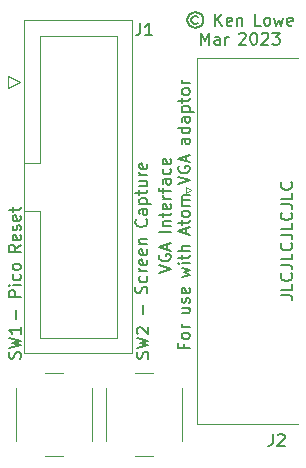
<source format=gbr>
%TF.GenerationSoftware,KiCad,Pcbnew,(7.0.0)*%
%TF.CreationDate,2023-03-04T23:02:33+00:00*%
%TF.ProjectId,VGA_ConnectorV2.kicad_pro,5647415f-436f-46e6-9e65-63746f725632,rev?*%
%TF.SameCoordinates,Original*%
%TF.FileFunction,Legend,Top*%
%TF.FilePolarity,Positive*%
%FSLAX46Y46*%
G04 Gerber Fmt 4.6, Leading zero omitted, Abs format (unit mm)*
G04 Created by KiCad (PCBNEW (7.0.0)) date 2023-03-04 23:02:33*
%MOMM*%
%LPD*%
G01*
G04 APERTURE LIST*
%ADD10C,0.150000*%
%ADD11C,0.120000*%
G04 APERTURE END LIST*
D10*
X150837780Y-85994028D02*
X151837780Y-85660695D01*
X151837780Y-85660695D02*
X150837780Y-85327362D01*
X150885400Y-84470219D02*
X150837780Y-84565457D01*
X150837780Y-84565457D02*
X150837780Y-84708314D01*
X150837780Y-84708314D02*
X150885400Y-84851171D01*
X150885400Y-84851171D02*
X150980638Y-84946409D01*
X150980638Y-84946409D02*
X151075876Y-84994028D01*
X151075876Y-84994028D02*
X151266352Y-85041647D01*
X151266352Y-85041647D02*
X151409209Y-85041647D01*
X151409209Y-85041647D02*
X151599685Y-84994028D01*
X151599685Y-84994028D02*
X151694923Y-84946409D01*
X151694923Y-84946409D02*
X151790161Y-84851171D01*
X151790161Y-84851171D02*
X151837780Y-84708314D01*
X151837780Y-84708314D02*
X151837780Y-84613076D01*
X151837780Y-84613076D02*
X151790161Y-84470219D01*
X151790161Y-84470219D02*
X151742542Y-84422600D01*
X151742542Y-84422600D02*
X151409209Y-84422600D01*
X151409209Y-84422600D02*
X151409209Y-84613076D01*
X151552066Y-84041647D02*
X151552066Y-83565457D01*
X151837780Y-84136885D02*
X150837780Y-83803552D01*
X150837780Y-83803552D02*
X151837780Y-83470219D01*
X151837780Y-82536885D02*
X150837780Y-82536885D01*
X151171114Y-82060695D02*
X151837780Y-82060695D01*
X151266352Y-82060695D02*
X151218733Y-82013076D01*
X151218733Y-82013076D02*
X151171114Y-81917838D01*
X151171114Y-81917838D02*
X151171114Y-81774981D01*
X151171114Y-81774981D02*
X151218733Y-81679743D01*
X151218733Y-81679743D02*
X151313971Y-81632124D01*
X151313971Y-81632124D02*
X151837780Y-81632124D01*
X151171114Y-81298790D02*
X151171114Y-80917838D01*
X150837780Y-81155933D02*
X151694923Y-81155933D01*
X151694923Y-81155933D02*
X151790161Y-81108314D01*
X151790161Y-81108314D02*
X151837780Y-81013076D01*
X151837780Y-81013076D02*
X151837780Y-80917838D01*
X151790161Y-80203552D02*
X151837780Y-80298790D01*
X151837780Y-80298790D02*
X151837780Y-80489266D01*
X151837780Y-80489266D02*
X151790161Y-80584504D01*
X151790161Y-80584504D02*
X151694923Y-80632123D01*
X151694923Y-80632123D02*
X151313971Y-80632123D01*
X151313971Y-80632123D02*
X151218733Y-80584504D01*
X151218733Y-80584504D02*
X151171114Y-80489266D01*
X151171114Y-80489266D02*
X151171114Y-80298790D01*
X151171114Y-80298790D02*
X151218733Y-80203552D01*
X151218733Y-80203552D02*
X151313971Y-80155933D01*
X151313971Y-80155933D02*
X151409209Y-80155933D01*
X151409209Y-80155933D02*
X151504447Y-80632123D01*
X151837780Y-79727361D02*
X151171114Y-79727361D01*
X151361590Y-79727361D02*
X151266352Y-79679742D01*
X151266352Y-79679742D02*
X151218733Y-79632123D01*
X151218733Y-79632123D02*
X151171114Y-79536885D01*
X151171114Y-79536885D02*
X151171114Y-79441647D01*
X151171114Y-79251170D02*
X151171114Y-78870218D01*
X151837780Y-79108313D02*
X150980638Y-79108313D01*
X150980638Y-79108313D02*
X150885400Y-79060694D01*
X150885400Y-79060694D02*
X150837780Y-78965456D01*
X150837780Y-78965456D02*
X150837780Y-78870218D01*
X151837780Y-78108313D02*
X151313971Y-78108313D01*
X151313971Y-78108313D02*
X151218733Y-78155932D01*
X151218733Y-78155932D02*
X151171114Y-78251170D01*
X151171114Y-78251170D02*
X151171114Y-78441646D01*
X151171114Y-78441646D02*
X151218733Y-78536884D01*
X151790161Y-78108313D02*
X151837780Y-78203551D01*
X151837780Y-78203551D02*
X151837780Y-78441646D01*
X151837780Y-78441646D02*
X151790161Y-78536884D01*
X151790161Y-78536884D02*
X151694923Y-78584503D01*
X151694923Y-78584503D02*
X151599685Y-78584503D01*
X151599685Y-78584503D02*
X151504447Y-78536884D01*
X151504447Y-78536884D02*
X151456828Y-78441646D01*
X151456828Y-78441646D02*
X151456828Y-78203551D01*
X151456828Y-78203551D02*
X151409209Y-78108313D01*
X151790161Y-77203551D02*
X151837780Y-77298789D01*
X151837780Y-77298789D02*
X151837780Y-77489265D01*
X151837780Y-77489265D02*
X151790161Y-77584503D01*
X151790161Y-77584503D02*
X151742542Y-77632122D01*
X151742542Y-77632122D02*
X151647304Y-77679741D01*
X151647304Y-77679741D02*
X151361590Y-77679741D01*
X151361590Y-77679741D02*
X151266352Y-77632122D01*
X151266352Y-77632122D02*
X151218733Y-77584503D01*
X151218733Y-77584503D02*
X151171114Y-77489265D01*
X151171114Y-77489265D02*
X151171114Y-77298789D01*
X151171114Y-77298789D02*
X151218733Y-77203551D01*
X151790161Y-76394027D02*
X151837780Y-76489265D01*
X151837780Y-76489265D02*
X151837780Y-76679741D01*
X151837780Y-76679741D02*
X151790161Y-76774979D01*
X151790161Y-76774979D02*
X151694923Y-76822598D01*
X151694923Y-76822598D02*
X151313971Y-76822598D01*
X151313971Y-76822598D02*
X151218733Y-76774979D01*
X151218733Y-76774979D02*
X151171114Y-76679741D01*
X151171114Y-76679741D02*
X151171114Y-76489265D01*
X151171114Y-76489265D02*
X151218733Y-76394027D01*
X151218733Y-76394027D02*
X151313971Y-76346408D01*
X151313971Y-76346408D02*
X151409209Y-76346408D01*
X151409209Y-76346408D02*
X151504447Y-76822598D01*
X152933971Y-92074982D02*
X152933971Y-92408315D01*
X153457780Y-92408315D02*
X152457780Y-92408315D01*
X152457780Y-92408315D02*
X152457780Y-91932125D01*
X153457780Y-91408315D02*
X153410161Y-91503553D01*
X153410161Y-91503553D02*
X153362542Y-91551172D01*
X153362542Y-91551172D02*
X153267304Y-91598791D01*
X153267304Y-91598791D02*
X152981590Y-91598791D01*
X152981590Y-91598791D02*
X152886352Y-91551172D01*
X152886352Y-91551172D02*
X152838733Y-91503553D01*
X152838733Y-91503553D02*
X152791114Y-91408315D01*
X152791114Y-91408315D02*
X152791114Y-91265458D01*
X152791114Y-91265458D02*
X152838733Y-91170220D01*
X152838733Y-91170220D02*
X152886352Y-91122601D01*
X152886352Y-91122601D02*
X152981590Y-91074982D01*
X152981590Y-91074982D02*
X153267304Y-91074982D01*
X153267304Y-91074982D02*
X153362542Y-91122601D01*
X153362542Y-91122601D02*
X153410161Y-91170220D01*
X153410161Y-91170220D02*
X153457780Y-91265458D01*
X153457780Y-91265458D02*
X153457780Y-91408315D01*
X153457780Y-90646410D02*
X152791114Y-90646410D01*
X152981590Y-90646410D02*
X152886352Y-90598791D01*
X152886352Y-90598791D02*
X152838733Y-90551172D01*
X152838733Y-90551172D02*
X152791114Y-90455934D01*
X152791114Y-90455934D02*
X152791114Y-90360696D01*
X152791114Y-88998791D02*
X153457780Y-88998791D01*
X152791114Y-89427362D02*
X153314923Y-89427362D01*
X153314923Y-89427362D02*
X153410161Y-89379743D01*
X153410161Y-89379743D02*
X153457780Y-89284505D01*
X153457780Y-89284505D02*
X153457780Y-89141648D01*
X153457780Y-89141648D02*
X153410161Y-89046410D01*
X153410161Y-89046410D02*
X153362542Y-88998791D01*
X153410161Y-88570219D02*
X153457780Y-88474981D01*
X153457780Y-88474981D02*
X153457780Y-88284505D01*
X153457780Y-88284505D02*
X153410161Y-88189267D01*
X153410161Y-88189267D02*
X153314923Y-88141648D01*
X153314923Y-88141648D02*
X153267304Y-88141648D01*
X153267304Y-88141648D02*
X153172066Y-88189267D01*
X153172066Y-88189267D02*
X153124447Y-88284505D01*
X153124447Y-88284505D02*
X153124447Y-88427362D01*
X153124447Y-88427362D02*
X153076828Y-88522600D01*
X153076828Y-88522600D02*
X152981590Y-88570219D01*
X152981590Y-88570219D02*
X152933971Y-88570219D01*
X152933971Y-88570219D02*
X152838733Y-88522600D01*
X152838733Y-88522600D02*
X152791114Y-88427362D01*
X152791114Y-88427362D02*
X152791114Y-88284505D01*
X152791114Y-88284505D02*
X152838733Y-88189267D01*
X153410161Y-87332124D02*
X153457780Y-87427362D01*
X153457780Y-87427362D02*
X153457780Y-87617838D01*
X153457780Y-87617838D02*
X153410161Y-87713076D01*
X153410161Y-87713076D02*
X153314923Y-87760695D01*
X153314923Y-87760695D02*
X152933971Y-87760695D01*
X152933971Y-87760695D02*
X152838733Y-87713076D01*
X152838733Y-87713076D02*
X152791114Y-87617838D01*
X152791114Y-87617838D02*
X152791114Y-87427362D01*
X152791114Y-87427362D02*
X152838733Y-87332124D01*
X152838733Y-87332124D02*
X152933971Y-87284505D01*
X152933971Y-87284505D02*
X153029209Y-87284505D01*
X153029209Y-87284505D02*
X153124447Y-87760695D01*
X152791114Y-86351171D02*
X153457780Y-86160695D01*
X153457780Y-86160695D02*
X152981590Y-85970219D01*
X152981590Y-85970219D02*
X153457780Y-85779743D01*
X153457780Y-85779743D02*
X152791114Y-85589267D01*
X153457780Y-85208314D02*
X152791114Y-85208314D01*
X152457780Y-85208314D02*
X152505400Y-85255933D01*
X152505400Y-85255933D02*
X152553019Y-85208314D01*
X152553019Y-85208314D02*
X152505400Y-85160695D01*
X152505400Y-85160695D02*
X152457780Y-85208314D01*
X152457780Y-85208314D02*
X152553019Y-85208314D01*
X152791114Y-84874981D02*
X152791114Y-84494029D01*
X152457780Y-84732124D02*
X153314923Y-84732124D01*
X153314923Y-84732124D02*
X153410161Y-84684505D01*
X153410161Y-84684505D02*
X153457780Y-84589267D01*
X153457780Y-84589267D02*
X153457780Y-84494029D01*
X153457780Y-84160695D02*
X152457780Y-84160695D01*
X153457780Y-83732124D02*
X152933971Y-83732124D01*
X152933971Y-83732124D02*
X152838733Y-83779743D01*
X152838733Y-83779743D02*
X152791114Y-83874981D01*
X152791114Y-83874981D02*
X152791114Y-84017838D01*
X152791114Y-84017838D02*
X152838733Y-84113076D01*
X152838733Y-84113076D02*
X152886352Y-84160695D01*
X153172066Y-82703552D02*
X153172066Y-82227362D01*
X153457780Y-82798790D02*
X152457780Y-82465457D01*
X152457780Y-82465457D02*
X153457780Y-82132124D01*
X152791114Y-81941647D02*
X152791114Y-81560695D01*
X152457780Y-81798790D02*
X153314923Y-81798790D01*
X153314923Y-81798790D02*
X153410161Y-81751171D01*
X153410161Y-81751171D02*
X153457780Y-81655933D01*
X153457780Y-81655933D02*
X153457780Y-81560695D01*
X153457780Y-81084504D02*
X153410161Y-81179742D01*
X153410161Y-81179742D02*
X153362542Y-81227361D01*
X153362542Y-81227361D02*
X153267304Y-81274980D01*
X153267304Y-81274980D02*
X152981590Y-81274980D01*
X152981590Y-81274980D02*
X152886352Y-81227361D01*
X152886352Y-81227361D02*
X152838733Y-81179742D01*
X152838733Y-81179742D02*
X152791114Y-81084504D01*
X152791114Y-81084504D02*
X152791114Y-80941647D01*
X152791114Y-80941647D02*
X152838733Y-80846409D01*
X152838733Y-80846409D02*
X152886352Y-80798790D01*
X152886352Y-80798790D02*
X152981590Y-80751171D01*
X152981590Y-80751171D02*
X153267304Y-80751171D01*
X153267304Y-80751171D02*
X153362542Y-80798790D01*
X153362542Y-80798790D02*
X153410161Y-80846409D01*
X153410161Y-80846409D02*
X153457780Y-80941647D01*
X153457780Y-80941647D02*
X153457780Y-81084504D01*
X153457780Y-80322599D02*
X152791114Y-80322599D01*
X152886352Y-80322599D02*
X152838733Y-80274980D01*
X152838733Y-80274980D02*
X152791114Y-80179742D01*
X152791114Y-80179742D02*
X152791114Y-80036885D01*
X152791114Y-80036885D02*
X152838733Y-79941647D01*
X152838733Y-79941647D02*
X152933971Y-79894028D01*
X152933971Y-79894028D02*
X153457780Y-79894028D01*
X152933971Y-79894028D02*
X152838733Y-79846409D01*
X152838733Y-79846409D02*
X152791114Y-79751171D01*
X152791114Y-79751171D02*
X152791114Y-79608314D01*
X152791114Y-79608314D02*
X152838733Y-79513075D01*
X152838733Y-79513075D02*
X152933971Y-79465456D01*
X152933971Y-79465456D02*
X153457780Y-79465456D01*
X152457780Y-78532123D02*
X153457780Y-78198790D01*
X153457780Y-78198790D02*
X152457780Y-77865457D01*
X152505400Y-77008314D02*
X152457780Y-77103552D01*
X152457780Y-77103552D02*
X152457780Y-77246409D01*
X152457780Y-77246409D02*
X152505400Y-77389266D01*
X152505400Y-77389266D02*
X152600638Y-77484504D01*
X152600638Y-77484504D02*
X152695876Y-77532123D01*
X152695876Y-77532123D02*
X152886352Y-77579742D01*
X152886352Y-77579742D02*
X153029209Y-77579742D01*
X153029209Y-77579742D02*
X153219685Y-77532123D01*
X153219685Y-77532123D02*
X153314923Y-77484504D01*
X153314923Y-77484504D02*
X153410161Y-77389266D01*
X153410161Y-77389266D02*
X153457780Y-77246409D01*
X153457780Y-77246409D02*
X153457780Y-77151171D01*
X153457780Y-77151171D02*
X153410161Y-77008314D01*
X153410161Y-77008314D02*
X153362542Y-76960695D01*
X153362542Y-76960695D02*
X153029209Y-76960695D01*
X153029209Y-76960695D02*
X153029209Y-77151171D01*
X153172066Y-76579742D02*
X153172066Y-76103552D01*
X153457780Y-76674980D02*
X152457780Y-76341647D01*
X152457780Y-76341647D02*
X153457780Y-76008314D01*
X153457780Y-74646409D02*
X152933971Y-74646409D01*
X152933971Y-74646409D02*
X152838733Y-74694028D01*
X152838733Y-74694028D02*
X152791114Y-74789266D01*
X152791114Y-74789266D02*
X152791114Y-74979742D01*
X152791114Y-74979742D02*
X152838733Y-75074980D01*
X153410161Y-74646409D02*
X153457780Y-74741647D01*
X153457780Y-74741647D02*
X153457780Y-74979742D01*
X153457780Y-74979742D02*
X153410161Y-75074980D01*
X153410161Y-75074980D02*
X153314923Y-75122599D01*
X153314923Y-75122599D02*
X153219685Y-75122599D01*
X153219685Y-75122599D02*
X153124447Y-75074980D01*
X153124447Y-75074980D02*
X153076828Y-74979742D01*
X153076828Y-74979742D02*
X153076828Y-74741647D01*
X153076828Y-74741647D02*
X153029209Y-74646409D01*
X153457780Y-73741647D02*
X152457780Y-73741647D01*
X153410161Y-73741647D02*
X153457780Y-73836885D01*
X153457780Y-73836885D02*
X153457780Y-74027361D01*
X153457780Y-74027361D02*
X153410161Y-74122599D01*
X153410161Y-74122599D02*
X153362542Y-74170218D01*
X153362542Y-74170218D02*
X153267304Y-74217837D01*
X153267304Y-74217837D02*
X152981590Y-74217837D01*
X152981590Y-74217837D02*
X152886352Y-74170218D01*
X152886352Y-74170218D02*
X152838733Y-74122599D01*
X152838733Y-74122599D02*
X152791114Y-74027361D01*
X152791114Y-74027361D02*
X152791114Y-73836885D01*
X152791114Y-73836885D02*
X152838733Y-73741647D01*
X153457780Y-72836885D02*
X152933971Y-72836885D01*
X152933971Y-72836885D02*
X152838733Y-72884504D01*
X152838733Y-72884504D02*
X152791114Y-72979742D01*
X152791114Y-72979742D02*
X152791114Y-73170218D01*
X152791114Y-73170218D02*
X152838733Y-73265456D01*
X153410161Y-72836885D02*
X153457780Y-72932123D01*
X153457780Y-72932123D02*
X153457780Y-73170218D01*
X153457780Y-73170218D02*
X153410161Y-73265456D01*
X153410161Y-73265456D02*
X153314923Y-73313075D01*
X153314923Y-73313075D02*
X153219685Y-73313075D01*
X153219685Y-73313075D02*
X153124447Y-73265456D01*
X153124447Y-73265456D02*
X153076828Y-73170218D01*
X153076828Y-73170218D02*
X153076828Y-72932123D01*
X153076828Y-72932123D02*
X153029209Y-72836885D01*
X152791114Y-72360694D02*
X153791114Y-72360694D01*
X152838733Y-72360694D02*
X152791114Y-72265456D01*
X152791114Y-72265456D02*
X152791114Y-72074980D01*
X152791114Y-72074980D02*
X152838733Y-71979742D01*
X152838733Y-71979742D02*
X152886352Y-71932123D01*
X152886352Y-71932123D02*
X152981590Y-71884504D01*
X152981590Y-71884504D02*
X153267304Y-71884504D01*
X153267304Y-71884504D02*
X153362542Y-71932123D01*
X153362542Y-71932123D02*
X153410161Y-71979742D01*
X153410161Y-71979742D02*
X153457780Y-72074980D01*
X153457780Y-72074980D02*
X153457780Y-72265456D01*
X153457780Y-72265456D02*
X153410161Y-72360694D01*
X152791114Y-71598789D02*
X152791114Y-71217837D01*
X152457780Y-71455932D02*
X153314923Y-71455932D01*
X153314923Y-71455932D02*
X153410161Y-71408313D01*
X153410161Y-71408313D02*
X153457780Y-71313075D01*
X153457780Y-71313075D02*
X153457780Y-71217837D01*
X153457780Y-70741646D02*
X153410161Y-70836884D01*
X153410161Y-70836884D02*
X153362542Y-70884503D01*
X153362542Y-70884503D02*
X153267304Y-70932122D01*
X153267304Y-70932122D02*
X152981590Y-70932122D01*
X152981590Y-70932122D02*
X152886352Y-70884503D01*
X152886352Y-70884503D02*
X152838733Y-70836884D01*
X152838733Y-70836884D02*
X152791114Y-70741646D01*
X152791114Y-70741646D02*
X152791114Y-70598789D01*
X152791114Y-70598789D02*
X152838733Y-70503551D01*
X152838733Y-70503551D02*
X152886352Y-70455932D01*
X152886352Y-70455932D02*
X152981590Y-70408313D01*
X152981590Y-70408313D02*
X153267304Y-70408313D01*
X153267304Y-70408313D02*
X153362542Y-70455932D01*
X153362542Y-70455932D02*
X153410161Y-70503551D01*
X153410161Y-70503551D02*
X153457780Y-70598789D01*
X153457780Y-70598789D02*
X153457780Y-70741646D01*
X153457780Y-69979741D02*
X152791114Y-69979741D01*
X152981590Y-69979741D02*
X152886352Y-69932122D01*
X152886352Y-69932122D02*
X152838733Y-69884503D01*
X152838733Y-69884503D02*
X152791114Y-69789265D01*
X152791114Y-69789265D02*
X152791114Y-69694027D01*
X138754028Y-89901504D02*
X138754028Y-89139600D01*
X139134980Y-88063409D02*
X138134980Y-88063409D01*
X138134980Y-88063409D02*
X138134980Y-87682457D01*
X138134980Y-87682457D02*
X138182600Y-87587219D01*
X138182600Y-87587219D02*
X138230219Y-87539600D01*
X138230219Y-87539600D02*
X138325457Y-87491981D01*
X138325457Y-87491981D02*
X138468314Y-87491981D01*
X138468314Y-87491981D02*
X138563552Y-87539600D01*
X138563552Y-87539600D02*
X138611171Y-87587219D01*
X138611171Y-87587219D02*
X138658790Y-87682457D01*
X138658790Y-87682457D02*
X138658790Y-88063409D01*
X139134980Y-87063409D02*
X138468314Y-87063409D01*
X138134980Y-87063409D02*
X138182600Y-87111028D01*
X138182600Y-87111028D02*
X138230219Y-87063409D01*
X138230219Y-87063409D02*
X138182600Y-87015790D01*
X138182600Y-87015790D02*
X138134980Y-87063409D01*
X138134980Y-87063409D02*
X138230219Y-87063409D01*
X139087361Y-86158648D02*
X139134980Y-86253886D01*
X139134980Y-86253886D02*
X139134980Y-86444362D01*
X139134980Y-86444362D02*
X139087361Y-86539600D01*
X139087361Y-86539600D02*
X139039742Y-86587219D01*
X139039742Y-86587219D02*
X138944504Y-86634838D01*
X138944504Y-86634838D02*
X138658790Y-86634838D01*
X138658790Y-86634838D02*
X138563552Y-86587219D01*
X138563552Y-86587219D02*
X138515933Y-86539600D01*
X138515933Y-86539600D02*
X138468314Y-86444362D01*
X138468314Y-86444362D02*
X138468314Y-86253886D01*
X138468314Y-86253886D02*
X138515933Y-86158648D01*
X139134980Y-85587219D02*
X139087361Y-85682457D01*
X139087361Y-85682457D02*
X139039742Y-85730076D01*
X139039742Y-85730076D02*
X138944504Y-85777695D01*
X138944504Y-85777695D02*
X138658790Y-85777695D01*
X138658790Y-85777695D02*
X138563552Y-85730076D01*
X138563552Y-85730076D02*
X138515933Y-85682457D01*
X138515933Y-85682457D02*
X138468314Y-85587219D01*
X138468314Y-85587219D02*
X138468314Y-85444362D01*
X138468314Y-85444362D02*
X138515933Y-85349124D01*
X138515933Y-85349124D02*
X138563552Y-85301505D01*
X138563552Y-85301505D02*
X138658790Y-85253886D01*
X138658790Y-85253886D02*
X138944504Y-85253886D01*
X138944504Y-85253886D02*
X139039742Y-85301505D01*
X139039742Y-85301505D02*
X139087361Y-85349124D01*
X139087361Y-85349124D02*
X139134980Y-85444362D01*
X139134980Y-85444362D02*
X139134980Y-85587219D01*
X139134980Y-83653886D02*
X138658790Y-83987219D01*
X139134980Y-84225314D02*
X138134980Y-84225314D01*
X138134980Y-84225314D02*
X138134980Y-83844362D01*
X138134980Y-83844362D02*
X138182600Y-83749124D01*
X138182600Y-83749124D02*
X138230219Y-83701505D01*
X138230219Y-83701505D02*
X138325457Y-83653886D01*
X138325457Y-83653886D02*
X138468314Y-83653886D01*
X138468314Y-83653886D02*
X138563552Y-83701505D01*
X138563552Y-83701505D02*
X138611171Y-83749124D01*
X138611171Y-83749124D02*
X138658790Y-83844362D01*
X138658790Y-83844362D02*
X138658790Y-84225314D01*
X139087361Y-82844362D02*
X139134980Y-82939600D01*
X139134980Y-82939600D02*
X139134980Y-83130076D01*
X139134980Y-83130076D02*
X139087361Y-83225314D01*
X139087361Y-83225314D02*
X138992123Y-83272933D01*
X138992123Y-83272933D02*
X138611171Y-83272933D01*
X138611171Y-83272933D02*
X138515933Y-83225314D01*
X138515933Y-83225314D02*
X138468314Y-83130076D01*
X138468314Y-83130076D02*
X138468314Y-82939600D01*
X138468314Y-82939600D02*
X138515933Y-82844362D01*
X138515933Y-82844362D02*
X138611171Y-82796743D01*
X138611171Y-82796743D02*
X138706409Y-82796743D01*
X138706409Y-82796743D02*
X138801647Y-83272933D01*
X139087361Y-82415790D02*
X139134980Y-82320552D01*
X139134980Y-82320552D02*
X139134980Y-82130076D01*
X139134980Y-82130076D02*
X139087361Y-82034838D01*
X139087361Y-82034838D02*
X138992123Y-81987219D01*
X138992123Y-81987219D02*
X138944504Y-81987219D01*
X138944504Y-81987219D02*
X138849266Y-82034838D01*
X138849266Y-82034838D02*
X138801647Y-82130076D01*
X138801647Y-82130076D02*
X138801647Y-82272933D01*
X138801647Y-82272933D02*
X138754028Y-82368171D01*
X138754028Y-82368171D02*
X138658790Y-82415790D01*
X138658790Y-82415790D02*
X138611171Y-82415790D01*
X138611171Y-82415790D02*
X138515933Y-82368171D01*
X138515933Y-82368171D02*
X138468314Y-82272933D01*
X138468314Y-82272933D02*
X138468314Y-82130076D01*
X138468314Y-82130076D02*
X138515933Y-82034838D01*
X139087361Y-81177695D02*
X139134980Y-81272933D01*
X139134980Y-81272933D02*
X139134980Y-81463409D01*
X139134980Y-81463409D02*
X139087361Y-81558647D01*
X139087361Y-81558647D02*
X138992123Y-81606266D01*
X138992123Y-81606266D02*
X138611171Y-81606266D01*
X138611171Y-81606266D02*
X138515933Y-81558647D01*
X138515933Y-81558647D02*
X138468314Y-81463409D01*
X138468314Y-81463409D02*
X138468314Y-81272933D01*
X138468314Y-81272933D02*
X138515933Y-81177695D01*
X138515933Y-81177695D02*
X138611171Y-81130076D01*
X138611171Y-81130076D02*
X138706409Y-81130076D01*
X138706409Y-81130076D02*
X138801647Y-81606266D01*
X138468314Y-80844361D02*
X138468314Y-80463409D01*
X138134980Y-80701504D02*
X138992123Y-80701504D01*
X138992123Y-80701504D02*
X139087361Y-80653885D01*
X139087361Y-80653885D02*
X139134980Y-80558647D01*
X139134980Y-80558647D02*
X139134980Y-80463409D01*
X161147380Y-87926048D02*
X161861666Y-87926048D01*
X161861666Y-87926048D02*
X162004523Y-87973667D01*
X162004523Y-87973667D02*
X162099761Y-88068905D01*
X162099761Y-88068905D02*
X162147380Y-88211762D01*
X162147380Y-88211762D02*
X162147380Y-88307000D01*
X162147380Y-86973667D02*
X162147380Y-87449857D01*
X162147380Y-87449857D02*
X161147380Y-87449857D01*
X162052142Y-86068905D02*
X162099761Y-86116524D01*
X162099761Y-86116524D02*
X162147380Y-86259381D01*
X162147380Y-86259381D02*
X162147380Y-86354619D01*
X162147380Y-86354619D02*
X162099761Y-86497476D01*
X162099761Y-86497476D02*
X162004523Y-86592714D01*
X162004523Y-86592714D02*
X161909285Y-86640333D01*
X161909285Y-86640333D02*
X161718809Y-86687952D01*
X161718809Y-86687952D02*
X161575952Y-86687952D01*
X161575952Y-86687952D02*
X161385476Y-86640333D01*
X161385476Y-86640333D02*
X161290238Y-86592714D01*
X161290238Y-86592714D02*
X161195000Y-86497476D01*
X161195000Y-86497476D02*
X161147380Y-86354619D01*
X161147380Y-86354619D02*
X161147380Y-86259381D01*
X161147380Y-86259381D02*
X161195000Y-86116524D01*
X161195000Y-86116524D02*
X161242619Y-86068905D01*
X161147380Y-85354619D02*
X161861666Y-85354619D01*
X161861666Y-85354619D02*
X162004523Y-85402238D01*
X162004523Y-85402238D02*
X162099761Y-85497476D01*
X162099761Y-85497476D02*
X162147380Y-85640333D01*
X162147380Y-85640333D02*
X162147380Y-85735571D01*
X162147380Y-84402238D02*
X162147380Y-84878428D01*
X162147380Y-84878428D02*
X161147380Y-84878428D01*
X162052142Y-83497476D02*
X162099761Y-83545095D01*
X162099761Y-83545095D02*
X162147380Y-83687952D01*
X162147380Y-83687952D02*
X162147380Y-83783190D01*
X162147380Y-83783190D02*
X162099761Y-83926047D01*
X162099761Y-83926047D02*
X162004523Y-84021285D01*
X162004523Y-84021285D02*
X161909285Y-84068904D01*
X161909285Y-84068904D02*
X161718809Y-84116523D01*
X161718809Y-84116523D02*
X161575952Y-84116523D01*
X161575952Y-84116523D02*
X161385476Y-84068904D01*
X161385476Y-84068904D02*
X161290238Y-84021285D01*
X161290238Y-84021285D02*
X161195000Y-83926047D01*
X161195000Y-83926047D02*
X161147380Y-83783190D01*
X161147380Y-83783190D02*
X161147380Y-83687952D01*
X161147380Y-83687952D02*
X161195000Y-83545095D01*
X161195000Y-83545095D02*
X161242619Y-83497476D01*
X161147380Y-82783190D02*
X161861666Y-82783190D01*
X161861666Y-82783190D02*
X162004523Y-82830809D01*
X162004523Y-82830809D02*
X162099761Y-82926047D01*
X162099761Y-82926047D02*
X162147380Y-83068904D01*
X162147380Y-83068904D02*
X162147380Y-83164142D01*
X162147380Y-81830809D02*
X162147380Y-82306999D01*
X162147380Y-82306999D02*
X161147380Y-82306999D01*
X162052142Y-80926047D02*
X162099761Y-80973666D01*
X162099761Y-80973666D02*
X162147380Y-81116523D01*
X162147380Y-81116523D02*
X162147380Y-81211761D01*
X162147380Y-81211761D02*
X162099761Y-81354618D01*
X162099761Y-81354618D02*
X162004523Y-81449856D01*
X162004523Y-81449856D02*
X161909285Y-81497475D01*
X161909285Y-81497475D02*
X161718809Y-81545094D01*
X161718809Y-81545094D02*
X161575952Y-81545094D01*
X161575952Y-81545094D02*
X161385476Y-81497475D01*
X161385476Y-81497475D02*
X161290238Y-81449856D01*
X161290238Y-81449856D02*
X161195000Y-81354618D01*
X161195000Y-81354618D02*
X161147380Y-81211761D01*
X161147380Y-81211761D02*
X161147380Y-81116523D01*
X161147380Y-81116523D02*
X161195000Y-80973666D01*
X161195000Y-80973666D02*
X161242619Y-80926047D01*
X161147380Y-80211761D02*
X161861666Y-80211761D01*
X161861666Y-80211761D02*
X162004523Y-80259380D01*
X162004523Y-80259380D02*
X162099761Y-80354618D01*
X162099761Y-80354618D02*
X162147380Y-80497475D01*
X162147380Y-80497475D02*
X162147380Y-80592713D01*
X162147380Y-79259380D02*
X162147380Y-79735570D01*
X162147380Y-79735570D02*
X161147380Y-79735570D01*
X162052142Y-78354618D02*
X162099761Y-78402237D01*
X162099761Y-78402237D02*
X162147380Y-78545094D01*
X162147380Y-78545094D02*
X162147380Y-78640332D01*
X162147380Y-78640332D02*
X162099761Y-78783189D01*
X162099761Y-78783189D02*
X162004523Y-78878427D01*
X162004523Y-78878427D02*
X161909285Y-78926046D01*
X161909285Y-78926046D02*
X161718809Y-78973665D01*
X161718809Y-78973665D02*
X161575952Y-78973665D01*
X161575952Y-78973665D02*
X161385476Y-78926046D01*
X161385476Y-78926046D02*
X161290238Y-78878427D01*
X161290238Y-78878427D02*
X161195000Y-78783189D01*
X161195000Y-78783189D02*
X161147380Y-78640332D01*
X161147380Y-78640332D02*
X161147380Y-78545094D01*
X161147380Y-78545094D02*
X161195000Y-78402237D01*
X161195000Y-78402237D02*
X161242619Y-78354618D01*
X154116000Y-64322476D02*
X154020761Y-64274857D01*
X154020761Y-64274857D02*
X153830285Y-64274857D01*
X153830285Y-64274857D02*
X153735047Y-64322476D01*
X153735047Y-64322476D02*
X153639809Y-64417714D01*
X153639809Y-64417714D02*
X153592190Y-64512952D01*
X153592190Y-64512952D02*
X153592190Y-64703428D01*
X153592190Y-64703428D02*
X153639809Y-64798666D01*
X153639809Y-64798666D02*
X153735047Y-64893904D01*
X153735047Y-64893904D02*
X153830285Y-64941523D01*
X153830285Y-64941523D02*
X154020761Y-64941523D01*
X154020761Y-64941523D02*
X154116000Y-64893904D01*
X153925523Y-63941523D02*
X153687428Y-63989142D01*
X153687428Y-63989142D02*
X153449333Y-64132000D01*
X153449333Y-64132000D02*
X153306476Y-64370095D01*
X153306476Y-64370095D02*
X153258857Y-64608190D01*
X153258857Y-64608190D02*
X153306476Y-64846285D01*
X153306476Y-64846285D02*
X153449333Y-65084380D01*
X153449333Y-65084380D02*
X153687428Y-65227238D01*
X153687428Y-65227238D02*
X153925523Y-65274857D01*
X153925523Y-65274857D02*
X154163619Y-65227238D01*
X154163619Y-65227238D02*
X154401714Y-65084380D01*
X154401714Y-65084380D02*
X154544571Y-64846285D01*
X154544571Y-64846285D02*
X154592190Y-64608190D01*
X154592190Y-64608190D02*
X154544571Y-64370095D01*
X154544571Y-64370095D02*
X154401714Y-64132000D01*
X154401714Y-64132000D02*
X154163619Y-63989142D01*
X154163619Y-63989142D02*
X153925523Y-63941523D01*
X155620762Y-65084380D02*
X155620762Y-64084380D01*
X156192190Y-65084380D02*
X155763619Y-64512952D01*
X156192190Y-64084380D02*
X155620762Y-64655809D01*
X157001714Y-65036761D02*
X156906476Y-65084380D01*
X156906476Y-65084380D02*
X156716000Y-65084380D01*
X156716000Y-65084380D02*
X156620762Y-65036761D01*
X156620762Y-65036761D02*
X156573143Y-64941523D01*
X156573143Y-64941523D02*
X156573143Y-64560571D01*
X156573143Y-64560571D02*
X156620762Y-64465333D01*
X156620762Y-64465333D02*
X156716000Y-64417714D01*
X156716000Y-64417714D02*
X156906476Y-64417714D01*
X156906476Y-64417714D02*
X157001714Y-64465333D01*
X157001714Y-64465333D02*
X157049333Y-64560571D01*
X157049333Y-64560571D02*
X157049333Y-64655809D01*
X157049333Y-64655809D02*
X156573143Y-64751047D01*
X157477905Y-64417714D02*
X157477905Y-65084380D01*
X157477905Y-64512952D02*
X157525524Y-64465333D01*
X157525524Y-64465333D02*
X157620762Y-64417714D01*
X157620762Y-64417714D02*
X157763619Y-64417714D01*
X157763619Y-64417714D02*
X157858857Y-64465333D01*
X157858857Y-64465333D02*
X157906476Y-64560571D01*
X157906476Y-64560571D02*
X157906476Y-65084380D01*
X159458857Y-65084380D02*
X158982667Y-65084380D01*
X158982667Y-65084380D02*
X158982667Y-64084380D01*
X159935048Y-65084380D02*
X159839810Y-65036761D01*
X159839810Y-65036761D02*
X159792191Y-64989142D01*
X159792191Y-64989142D02*
X159744572Y-64893904D01*
X159744572Y-64893904D02*
X159744572Y-64608190D01*
X159744572Y-64608190D02*
X159792191Y-64512952D01*
X159792191Y-64512952D02*
X159839810Y-64465333D01*
X159839810Y-64465333D02*
X159935048Y-64417714D01*
X159935048Y-64417714D02*
X160077905Y-64417714D01*
X160077905Y-64417714D02*
X160173143Y-64465333D01*
X160173143Y-64465333D02*
X160220762Y-64512952D01*
X160220762Y-64512952D02*
X160268381Y-64608190D01*
X160268381Y-64608190D02*
X160268381Y-64893904D01*
X160268381Y-64893904D02*
X160220762Y-64989142D01*
X160220762Y-64989142D02*
X160173143Y-65036761D01*
X160173143Y-65036761D02*
X160077905Y-65084380D01*
X160077905Y-65084380D02*
X159935048Y-65084380D01*
X160601715Y-64417714D02*
X160792191Y-65084380D01*
X160792191Y-65084380D02*
X160982667Y-64608190D01*
X160982667Y-64608190D02*
X161173143Y-65084380D01*
X161173143Y-65084380D02*
X161363619Y-64417714D01*
X162125524Y-65036761D02*
X162030286Y-65084380D01*
X162030286Y-65084380D02*
X161839810Y-65084380D01*
X161839810Y-65084380D02*
X161744572Y-65036761D01*
X161744572Y-65036761D02*
X161696953Y-64941523D01*
X161696953Y-64941523D02*
X161696953Y-64560571D01*
X161696953Y-64560571D02*
X161744572Y-64465333D01*
X161744572Y-64465333D02*
X161839810Y-64417714D01*
X161839810Y-64417714D02*
X162030286Y-64417714D01*
X162030286Y-64417714D02*
X162125524Y-64465333D01*
X162125524Y-64465333D02*
X162173143Y-64560571D01*
X162173143Y-64560571D02*
X162173143Y-64655809D01*
X162173143Y-64655809D02*
X161696953Y-64751047D01*
X154416000Y-66704380D02*
X154416000Y-65704380D01*
X154416000Y-65704380D02*
X154749333Y-66418666D01*
X154749333Y-66418666D02*
X155082666Y-65704380D01*
X155082666Y-65704380D02*
X155082666Y-66704380D01*
X155987428Y-66704380D02*
X155987428Y-66180571D01*
X155987428Y-66180571D02*
X155939809Y-66085333D01*
X155939809Y-66085333D02*
X155844571Y-66037714D01*
X155844571Y-66037714D02*
X155654095Y-66037714D01*
X155654095Y-66037714D02*
X155558857Y-66085333D01*
X155987428Y-66656761D02*
X155892190Y-66704380D01*
X155892190Y-66704380D02*
X155654095Y-66704380D01*
X155654095Y-66704380D02*
X155558857Y-66656761D01*
X155558857Y-66656761D02*
X155511238Y-66561523D01*
X155511238Y-66561523D02*
X155511238Y-66466285D01*
X155511238Y-66466285D02*
X155558857Y-66371047D01*
X155558857Y-66371047D02*
X155654095Y-66323428D01*
X155654095Y-66323428D02*
X155892190Y-66323428D01*
X155892190Y-66323428D02*
X155987428Y-66275809D01*
X156463619Y-66704380D02*
X156463619Y-66037714D01*
X156463619Y-66228190D02*
X156511238Y-66132952D01*
X156511238Y-66132952D02*
X156558857Y-66085333D01*
X156558857Y-66085333D02*
X156654095Y-66037714D01*
X156654095Y-66037714D02*
X156749333Y-66037714D01*
X157635048Y-65799619D02*
X157682667Y-65752000D01*
X157682667Y-65752000D02*
X157777905Y-65704380D01*
X157777905Y-65704380D02*
X158016000Y-65704380D01*
X158016000Y-65704380D02*
X158111238Y-65752000D01*
X158111238Y-65752000D02*
X158158857Y-65799619D01*
X158158857Y-65799619D02*
X158206476Y-65894857D01*
X158206476Y-65894857D02*
X158206476Y-65990095D01*
X158206476Y-65990095D02*
X158158857Y-66132952D01*
X158158857Y-66132952D02*
X157587429Y-66704380D01*
X157587429Y-66704380D02*
X158206476Y-66704380D01*
X158825524Y-65704380D02*
X158920762Y-65704380D01*
X158920762Y-65704380D02*
X159016000Y-65752000D01*
X159016000Y-65752000D02*
X159063619Y-65799619D01*
X159063619Y-65799619D02*
X159111238Y-65894857D01*
X159111238Y-65894857D02*
X159158857Y-66085333D01*
X159158857Y-66085333D02*
X159158857Y-66323428D01*
X159158857Y-66323428D02*
X159111238Y-66513904D01*
X159111238Y-66513904D02*
X159063619Y-66609142D01*
X159063619Y-66609142D02*
X159016000Y-66656761D01*
X159016000Y-66656761D02*
X158920762Y-66704380D01*
X158920762Y-66704380D02*
X158825524Y-66704380D01*
X158825524Y-66704380D02*
X158730286Y-66656761D01*
X158730286Y-66656761D02*
X158682667Y-66609142D01*
X158682667Y-66609142D02*
X158635048Y-66513904D01*
X158635048Y-66513904D02*
X158587429Y-66323428D01*
X158587429Y-66323428D02*
X158587429Y-66085333D01*
X158587429Y-66085333D02*
X158635048Y-65894857D01*
X158635048Y-65894857D02*
X158682667Y-65799619D01*
X158682667Y-65799619D02*
X158730286Y-65752000D01*
X158730286Y-65752000D02*
X158825524Y-65704380D01*
X159539810Y-65799619D02*
X159587429Y-65752000D01*
X159587429Y-65752000D02*
X159682667Y-65704380D01*
X159682667Y-65704380D02*
X159920762Y-65704380D01*
X159920762Y-65704380D02*
X160016000Y-65752000D01*
X160016000Y-65752000D02*
X160063619Y-65799619D01*
X160063619Y-65799619D02*
X160111238Y-65894857D01*
X160111238Y-65894857D02*
X160111238Y-65990095D01*
X160111238Y-65990095D02*
X160063619Y-66132952D01*
X160063619Y-66132952D02*
X159492191Y-66704380D01*
X159492191Y-66704380D02*
X160111238Y-66704380D01*
X160444572Y-65704380D02*
X161063619Y-65704380D01*
X161063619Y-65704380D02*
X160730286Y-66085333D01*
X160730286Y-66085333D02*
X160873143Y-66085333D01*
X160873143Y-66085333D02*
X160968381Y-66132952D01*
X160968381Y-66132952D02*
X161016000Y-66180571D01*
X161016000Y-66180571D02*
X161063619Y-66275809D01*
X161063619Y-66275809D02*
X161063619Y-66513904D01*
X161063619Y-66513904D02*
X161016000Y-66609142D01*
X161016000Y-66609142D02*
X160968381Y-66656761D01*
X160968381Y-66656761D02*
X160873143Y-66704380D01*
X160873143Y-66704380D02*
X160587429Y-66704380D01*
X160587429Y-66704380D02*
X160492191Y-66656761D01*
X160492191Y-66656761D02*
X160444572Y-66609142D01*
X149472828Y-89545904D02*
X149472828Y-88784000D01*
X149806161Y-87755428D02*
X149853780Y-87612571D01*
X149853780Y-87612571D02*
X149853780Y-87374476D01*
X149853780Y-87374476D02*
X149806161Y-87279238D01*
X149806161Y-87279238D02*
X149758542Y-87231619D01*
X149758542Y-87231619D02*
X149663304Y-87184000D01*
X149663304Y-87184000D02*
X149568066Y-87184000D01*
X149568066Y-87184000D02*
X149472828Y-87231619D01*
X149472828Y-87231619D02*
X149425209Y-87279238D01*
X149425209Y-87279238D02*
X149377590Y-87374476D01*
X149377590Y-87374476D02*
X149329971Y-87564952D01*
X149329971Y-87564952D02*
X149282352Y-87660190D01*
X149282352Y-87660190D02*
X149234733Y-87707809D01*
X149234733Y-87707809D02*
X149139495Y-87755428D01*
X149139495Y-87755428D02*
X149044257Y-87755428D01*
X149044257Y-87755428D02*
X148949019Y-87707809D01*
X148949019Y-87707809D02*
X148901400Y-87660190D01*
X148901400Y-87660190D02*
X148853780Y-87564952D01*
X148853780Y-87564952D02*
X148853780Y-87326857D01*
X148853780Y-87326857D02*
X148901400Y-87184000D01*
X149806161Y-86326857D02*
X149853780Y-86422095D01*
X149853780Y-86422095D02*
X149853780Y-86612571D01*
X149853780Y-86612571D02*
X149806161Y-86707809D01*
X149806161Y-86707809D02*
X149758542Y-86755428D01*
X149758542Y-86755428D02*
X149663304Y-86803047D01*
X149663304Y-86803047D02*
X149377590Y-86803047D01*
X149377590Y-86803047D02*
X149282352Y-86755428D01*
X149282352Y-86755428D02*
X149234733Y-86707809D01*
X149234733Y-86707809D02*
X149187114Y-86612571D01*
X149187114Y-86612571D02*
X149187114Y-86422095D01*
X149187114Y-86422095D02*
X149234733Y-86326857D01*
X149853780Y-85898285D02*
X149187114Y-85898285D01*
X149377590Y-85898285D02*
X149282352Y-85850666D01*
X149282352Y-85850666D02*
X149234733Y-85803047D01*
X149234733Y-85803047D02*
X149187114Y-85707809D01*
X149187114Y-85707809D02*
X149187114Y-85612571D01*
X149806161Y-84898285D02*
X149853780Y-84993523D01*
X149853780Y-84993523D02*
X149853780Y-85183999D01*
X149853780Y-85183999D02*
X149806161Y-85279237D01*
X149806161Y-85279237D02*
X149710923Y-85326856D01*
X149710923Y-85326856D02*
X149329971Y-85326856D01*
X149329971Y-85326856D02*
X149234733Y-85279237D01*
X149234733Y-85279237D02*
X149187114Y-85183999D01*
X149187114Y-85183999D02*
X149187114Y-84993523D01*
X149187114Y-84993523D02*
X149234733Y-84898285D01*
X149234733Y-84898285D02*
X149329971Y-84850666D01*
X149329971Y-84850666D02*
X149425209Y-84850666D01*
X149425209Y-84850666D02*
X149520447Y-85326856D01*
X149806161Y-84041142D02*
X149853780Y-84136380D01*
X149853780Y-84136380D02*
X149853780Y-84326856D01*
X149853780Y-84326856D02*
X149806161Y-84422094D01*
X149806161Y-84422094D02*
X149710923Y-84469713D01*
X149710923Y-84469713D02*
X149329971Y-84469713D01*
X149329971Y-84469713D02*
X149234733Y-84422094D01*
X149234733Y-84422094D02*
X149187114Y-84326856D01*
X149187114Y-84326856D02*
X149187114Y-84136380D01*
X149187114Y-84136380D02*
X149234733Y-84041142D01*
X149234733Y-84041142D02*
X149329971Y-83993523D01*
X149329971Y-83993523D02*
X149425209Y-83993523D01*
X149425209Y-83993523D02*
X149520447Y-84469713D01*
X149187114Y-83564951D02*
X149853780Y-83564951D01*
X149282352Y-83564951D02*
X149234733Y-83517332D01*
X149234733Y-83517332D02*
X149187114Y-83422094D01*
X149187114Y-83422094D02*
X149187114Y-83279237D01*
X149187114Y-83279237D02*
X149234733Y-83183999D01*
X149234733Y-83183999D02*
X149329971Y-83136380D01*
X149329971Y-83136380D02*
X149853780Y-83136380D01*
X149758542Y-81488761D02*
X149806161Y-81536380D01*
X149806161Y-81536380D02*
X149853780Y-81679237D01*
X149853780Y-81679237D02*
X149853780Y-81774475D01*
X149853780Y-81774475D02*
X149806161Y-81917332D01*
X149806161Y-81917332D02*
X149710923Y-82012570D01*
X149710923Y-82012570D02*
X149615685Y-82060189D01*
X149615685Y-82060189D02*
X149425209Y-82107808D01*
X149425209Y-82107808D02*
X149282352Y-82107808D01*
X149282352Y-82107808D02*
X149091876Y-82060189D01*
X149091876Y-82060189D02*
X148996638Y-82012570D01*
X148996638Y-82012570D02*
X148901400Y-81917332D01*
X148901400Y-81917332D02*
X148853780Y-81774475D01*
X148853780Y-81774475D02*
X148853780Y-81679237D01*
X148853780Y-81679237D02*
X148901400Y-81536380D01*
X148901400Y-81536380D02*
X148949019Y-81488761D01*
X149853780Y-80631618D02*
X149329971Y-80631618D01*
X149329971Y-80631618D02*
X149234733Y-80679237D01*
X149234733Y-80679237D02*
X149187114Y-80774475D01*
X149187114Y-80774475D02*
X149187114Y-80964951D01*
X149187114Y-80964951D02*
X149234733Y-81060189D01*
X149806161Y-80631618D02*
X149853780Y-80726856D01*
X149853780Y-80726856D02*
X149853780Y-80964951D01*
X149853780Y-80964951D02*
X149806161Y-81060189D01*
X149806161Y-81060189D02*
X149710923Y-81107808D01*
X149710923Y-81107808D02*
X149615685Y-81107808D01*
X149615685Y-81107808D02*
X149520447Y-81060189D01*
X149520447Y-81060189D02*
X149472828Y-80964951D01*
X149472828Y-80964951D02*
X149472828Y-80726856D01*
X149472828Y-80726856D02*
X149425209Y-80631618D01*
X149187114Y-80155427D02*
X150187114Y-80155427D01*
X149234733Y-80155427D02*
X149187114Y-80060189D01*
X149187114Y-80060189D02*
X149187114Y-79869713D01*
X149187114Y-79869713D02*
X149234733Y-79774475D01*
X149234733Y-79774475D02*
X149282352Y-79726856D01*
X149282352Y-79726856D02*
X149377590Y-79679237D01*
X149377590Y-79679237D02*
X149663304Y-79679237D01*
X149663304Y-79679237D02*
X149758542Y-79726856D01*
X149758542Y-79726856D02*
X149806161Y-79774475D01*
X149806161Y-79774475D02*
X149853780Y-79869713D01*
X149853780Y-79869713D02*
X149853780Y-80060189D01*
X149853780Y-80060189D02*
X149806161Y-80155427D01*
X149187114Y-79393522D02*
X149187114Y-79012570D01*
X148853780Y-79250665D02*
X149710923Y-79250665D01*
X149710923Y-79250665D02*
X149806161Y-79203046D01*
X149806161Y-79203046D02*
X149853780Y-79107808D01*
X149853780Y-79107808D02*
X149853780Y-79012570D01*
X149187114Y-78250665D02*
X149853780Y-78250665D01*
X149187114Y-78679236D02*
X149710923Y-78679236D01*
X149710923Y-78679236D02*
X149806161Y-78631617D01*
X149806161Y-78631617D02*
X149853780Y-78536379D01*
X149853780Y-78536379D02*
X149853780Y-78393522D01*
X149853780Y-78393522D02*
X149806161Y-78298284D01*
X149806161Y-78298284D02*
X149758542Y-78250665D01*
X149853780Y-77774474D02*
X149187114Y-77774474D01*
X149377590Y-77774474D02*
X149282352Y-77726855D01*
X149282352Y-77726855D02*
X149234733Y-77679236D01*
X149234733Y-77679236D02*
X149187114Y-77583998D01*
X149187114Y-77583998D02*
X149187114Y-77488760D01*
X149806161Y-76774474D02*
X149853780Y-76869712D01*
X149853780Y-76869712D02*
X149853780Y-77060188D01*
X149853780Y-77060188D02*
X149806161Y-77155426D01*
X149806161Y-77155426D02*
X149710923Y-77203045D01*
X149710923Y-77203045D02*
X149329971Y-77203045D01*
X149329971Y-77203045D02*
X149234733Y-77155426D01*
X149234733Y-77155426D02*
X149187114Y-77060188D01*
X149187114Y-77060188D02*
X149187114Y-76869712D01*
X149187114Y-76869712D02*
X149234733Y-76774474D01*
X149234733Y-76774474D02*
X149329971Y-76726855D01*
X149329971Y-76726855D02*
X149425209Y-76726855D01*
X149425209Y-76726855D02*
X149520447Y-77203045D01*
%TO.C,SW2*%
X149907761Y-93276332D02*
X149955380Y-93133475D01*
X149955380Y-93133475D02*
X149955380Y-92895380D01*
X149955380Y-92895380D02*
X149907761Y-92800142D01*
X149907761Y-92800142D02*
X149860142Y-92752523D01*
X149860142Y-92752523D02*
X149764904Y-92704904D01*
X149764904Y-92704904D02*
X149669666Y-92704904D01*
X149669666Y-92704904D02*
X149574428Y-92752523D01*
X149574428Y-92752523D02*
X149526809Y-92800142D01*
X149526809Y-92800142D02*
X149479190Y-92895380D01*
X149479190Y-92895380D02*
X149431571Y-93085856D01*
X149431571Y-93085856D02*
X149383952Y-93181094D01*
X149383952Y-93181094D02*
X149336333Y-93228713D01*
X149336333Y-93228713D02*
X149241095Y-93276332D01*
X149241095Y-93276332D02*
X149145857Y-93276332D01*
X149145857Y-93276332D02*
X149050619Y-93228713D01*
X149050619Y-93228713D02*
X149003000Y-93181094D01*
X149003000Y-93181094D02*
X148955380Y-93085856D01*
X148955380Y-93085856D02*
X148955380Y-92847761D01*
X148955380Y-92847761D02*
X149003000Y-92704904D01*
X148955380Y-92371570D02*
X149955380Y-92133475D01*
X149955380Y-92133475D02*
X149241095Y-91942999D01*
X149241095Y-91942999D02*
X149955380Y-91752523D01*
X149955380Y-91752523D02*
X148955380Y-91514428D01*
X149050619Y-91181094D02*
X149003000Y-91133475D01*
X149003000Y-91133475D02*
X148955380Y-91038237D01*
X148955380Y-91038237D02*
X148955380Y-90800142D01*
X148955380Y-90800142D02*
X149003000Y-90704904D01*
X149003000Y-90704904D02*
X149050619Y-90657285D01*
X149050619Y-90657285D02*
X149145857Y-90609666D01*
X149145857Y-90609666D02*
X149241095Y-90609666D01*
X149241095Y-90609666D02*
X149383952Y-90657285D01*
X149383952Y-90657285D02*
X149955380Y-91228713D01*
X149955380Y-91228713D02*
X149955380Y-90609666D01*
%TO.C,SW1*%
X139087361Y-93276332D02*
X139134980Y-93133475D01*
X139134980Y-93133475D02*
X139134980Y-92895380D01*
X139134980Y-92895380D02*
X139087361Y-92800142D01*
X139087361Y-92800142D02*
X139039742Y-92752523D01*
X139039742Y-92752523D02*
X138944504Y-92704904D01*
X138944504Y-92704904D02*
X138849266Y-92704904D01*
X138849266Y-92704904D02*
X138754028Y-92752523D01*
X138754028Y-92752523D02*
X138706409Y-92800142D01*
X138706409Y-92800142D02*
X138658790Y-92895380D01*
X138658790Y-92895380D02*
X138611171Y-93085856D01*
X138611171Y-93085856D02*
X138563552Y-93181094D01*
X138563552Y-93181094D02*
X138515933Y-93228713D01*
X138515933Y-93228713D02*
X138420695Y-93276332D01*
X138420695Y-93276332D02*
X138325457Y-93276332D01*
X138325457Y-93276332D02*
X138230219Y-93228713D01*
X138230219Y-93228713D02*
X138182600Y-93181094D01*
X138182600Y-93181094D02*
X138134980Y-93085856D01*
X138134980Y-93085856D02*
X138134980Y-92847761D01*
X138134980Y-92847761D02*
X138182600Y-92704904D01*
X138134980Y-92371570D02*
X139134980Y-92133475D01*
X139134980Y-92133475D02*
X138420695Y-91942999D01*
X138420695Y-91942999D02*
X139134980Y-91752523D01*
X139134980Y-91752523D02*
X138134980Y-91514428D01*
X139134980Y-90609666D02*
X139134980Y-91181094D01*
X139134980Y-90895380D02*
X138134980Y-90895380D01*
X138134980Y-90895380D02*
X138277838Y-90990618D01*
X138277838Y-90990618D02*
X138373076Y-91085856D01*
X138373076Y-91085856D02*
X138420695Y-91181094D01*
%TO.C,J1*%
X149254666Y-64894380D02*
X149254666Y-65608666D01*
X149254666Y-65608666D02*
X149207047Y-65751523D01*
X149207047Y-65751523D02*
X149111809Y-65846761D01*
X149111809Y-65846761D02*
X148968952Y-65894380D01*
X148968952Y-65894380D02*
X148873714Y-65894380D01*
X150254666Y-65894380D02*
X149683238Y-65894380D01*
X149968952Y-65894380D02*
X149968952Y-64894380D01*
X149968952Y-64894380D02*
X149873714Y-65037238D01*
X149873714Y-65037238D02*
X149778476Y-65132476D01*
X149778476Y-65132476D02*
X149683238Y-65180095D01*
%TO.C,J2*%
X160478666Y-99676380D02*
X160478666Y-100390666D01*
X160478666Y-100390666D02*
X160431047Y-100533523D01*
X160431047Y-100533523D02*
X160335809Y-100628761D01*
X160335809Y-100628761D02*
X160192952Y-100676380D01*
X160192952Y-100676380D02*
X160097714Y-100676380D01*
X160907238Y-99771619D02*
X160954857Y-99724000D01*
X160954857Y-99724000D02*
X161050095Y-99676380D01*
X161050095Y-99676380D02*
X161288190Y-99676380D01*
X161288190Y-99676380D02*
X161383428Y-99724000D01*
X161383428Y-99724000D02*
X161431047Y-99771619D01*
X161431047Y-99771619D02*
X161478666Y-99866857D01*
X161478666Y-99866857D02*
X161478666Y-99962095D01*
X161478666Y-99962095D02*
X161431047Y-100104952D01*
X161431047Y-100104952D02*
X160859619Y-100676380D01*
X160859619Y-100676380D02*
X161478666Y-100676380D01*
D11*
%TO.C,SW2*%
X148838000Y-101539000D02*
X150338000Y-101539000D01*
X152838000Y-100289000D02*
X152838000Y-95789000D01*
X150338000Y-94539000D02*
X148838000Y-94539000D01*
X146338000Y-95789000D02*
X146338000Y-100289000D01*
%TO.C,SW1*%
X145218000Y-100289000D02*
X145218000Y-95789000D01*
X142718000Y-94539000D02*
X141218000Y-94539000D01*
X138718000Y-95789000D02*
X138718000Y-100289000D01*
X141218000Y-101539000D02*
X142718000Y-101539000D01*
%TO.C,J1*%
X138066000Y-69350000D02*
X138066000Y-70350000D01*
X140766000Y-80790000D02*
X140766000Y-80790000D01*
X148576000Y-64640000D02*
X148576000Y-92840000D01*
X139456000Y-92840000D02*
X139456000Y-64640000D01*
X140766000Y-91540000D02*
X140766000Y-80790000D01*
X140766000Y-80790000D02*
X139456000Y-80790000D01*
X139066000Y-69850000D02*
X138066000Y-69350000D01*
X139456000Y-76690000D02*
X140766000Y-76690000D01*
X147266000Y-65940000D02*
X147266000Y-91540000D01*
X138066000Y-70350000D02*
X139066000Y-69850000D01*
X140766000Y-76690000D02*
X140766000Y-65940000D01*
X139456000Y-64640000D02*
X148576000Y-64640000D01*
X148576000Y-92840000D02*
X139456000Y-92840000D01*
X147266000Y-91540000D02*
X140766000Y-91540000D01*
X140766000Y-65940000D02*
X147266000Y-65940000D01*
%TO.C,J2*%
X154032000Y-67824000D02*
X162632000Y-67824000D01*
X153137662Y-78744000D02*
X153570675Y-78994000D01*
X162632000Y-98794000D02*
X154032000Y-98794000D01*
X154032000Y-98794000D02*
X154032000Y-67824000D01*
X153570675Y-78994000D02*
X153137662Y-79244000D01*
X153137662Y-79244000D02*
X153137662Y-78744000D01*
%TD*%
M02*

</source>
